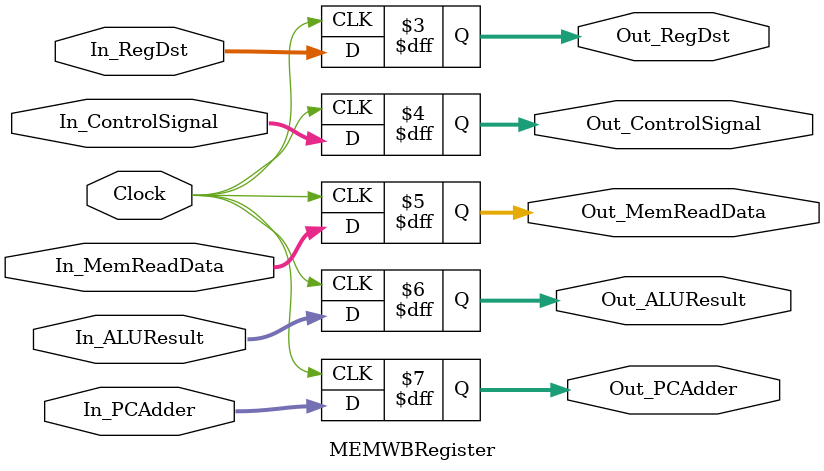
<source format=v>
`timescale 1ns / 1ps


module MEMWBRegister(

    Clock, 
    In_ControlSignal, In_MemReadData, In_ALUResult, In_RegDst, In_PCAdder, 
    Out_ControlSignal, Out_MemReadData, Out_ALUResult, Out_RegDst, Out_PCAdder
    
);
	
	input Clock;
	input [4:0]  In_RegDst;
    input [31:0] In_ControlSignal, In_MemReadData, In_ALUResult, In_PCAdder;
	
	output reg [4:0]  Out_RegDst;
	output reg [31:0] Out_ControlSignal, Out_MemReadData, Out_ALUResult, Out_PCAdder;

    initial begin
        Out_MemReadData   <= 32'd0;
	    Out_RegDst        <= 5'd0;
        Out_ControlSignal <= 32'd0;
        Out_ALUResult     <= 32'd0;
        Out_PCAdder       <= 32'd0;
    end
	
	always @(posedge Clock) begin
		Out_MemReadData   <= In_MemReadData;
	    Out_RegDst        <= In_RegDst;
        Out_ControlSignal <= In_ControlSignal;
        Out_ALUResult     <= In_ALUResult;
        Out_PCAdder       <= In_PCAdder;
	end
	
endmodule

</source>
